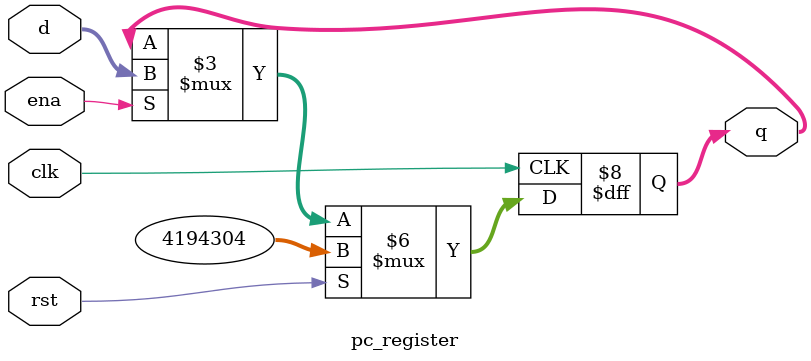
<source format=v>
module pc_register(clk, rst, d, q, ena);

	parameter N = 32;
	input wire clk, rst, ena;
	input wire [N-1:0] d;
	output reg [N-1:0] q;

	always @(posedge clk) begin
		if(rst) begin
			q <= 32'b00000000010000000000000000000000;
		end
		else if (ena) begin
			q <= d;
		end
		else begin
			q <= q;
		end
	end

endmodule

</source>
